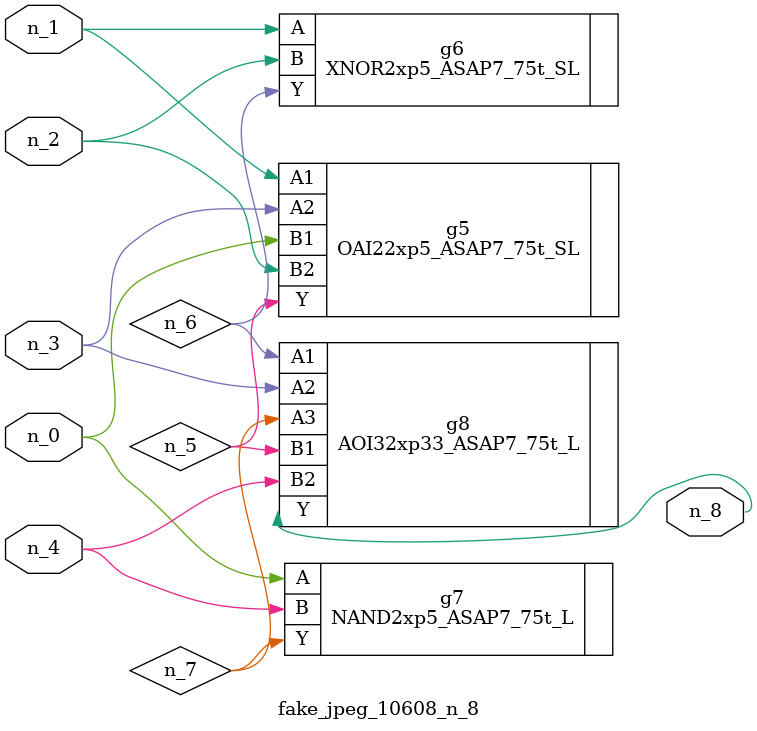
<source format=v>
module fake_jpeg_10608_n_8 (n_3, n_2, n_1, n_0, n_4, n_8);

input n_3;
input n_2;
input n_1;
input n_0;
input n_4;

output n_8;

wire n_6;
wire n_5;
wire n_7;

OAI22xp5_ASAP7_75t_SL g5 ( 
.A1(n_1),
.A2(n_3),
.B1(n_0),
.B2(n_2),
.Y(n_5)
);

XNOR2xp5_ASAP7_75t_SL g6 ( 
.A(n_1),
.B(n_2),
.Y(n_6)
);

NAND2xp5_ASAP7_75t_L g7 ( 
.A(n_0),
.B(n_4),
.Y(n_7)
);

AOI32xp33_ASAP7_75t_L g8 ( 
.A1(n_6),
.A2(n_3),
.A3(n_7),
.B1(n_5),
.B2(n_4),
.Y(n_8)
);


endmodule
</source>
